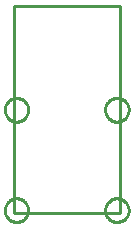
<source format=gbr>
G04 EAGLE Gerber RS-274X export*
G75*
%MOMM*%
%FSLAX34Y34*%
%LPD*%
%IN*%
%IPPOS*%
%AMOC8*
5,1,8,0,0,1.08239X$1,22.5*%
G01*
%ADD10C,0.254000*%


D10*
X155000Y155000D02*
X245000Y155000D01*
X245000Y330000D01*
X155000Y330000D01*
X155000Y155000D01*
X252500Y242063D02*
X252424Y241194D01*
X252272Y240334D01*
X252046Y239490D01*
X251748Y238670D01*
X251379Y237878D01*
X250942Y237122D01*
X250441Y236407D01*
X249880Y235738D01*
X249262Y235120D01*
X248593Y234559D01*
X247878Y234058D01*
X247122Y233621D01*
X246330Y233252D01*
X245510Y232954D01*
X244666Y232728D01*
X243807Y232576D01*
X242937Y232500D01*
X242063Y232500D01*
X241194Y232576D01*
X240334Y232728D01*
X239490Y232954D01*
X238670Y233252D01*
X237878Y233621D01*
X237122Y234058D01*
X236407Y234559D01*
X235738Y235120D01*
X235120Y235738D01*
X234559Y236407D01*
X234058Y237122D01*
X233621Y237878D01*
X233252Y238670D01*
X232954Y239490D01*
X232728Y240334D01*
X232576Y241194D01*
X232500Y242063D01*
X232500Y242937D01*
X232576Y243807D01*
X232728Y244666D01*
X232954Y245510D01*
X233252Y246330D01*
X233621Y247122D01*
X234058Y247878D01*
X234559Y248593D01*
X235120Y249262D01*
X235738Y249880D01*
X236407Y250441D01*
X237122Y250942D01*
X237878Y251379D01*
X238670Y251748D01*
X239490Y252046D01*
X240334Y252272D01*
X241194Y252424D01*
X242063Y252500D01*
X242937Y252500D01*
X243807Y252424D01*
X244666Y252272D01*
X245510Y252046D01*
X246330Y251748D01*
X247122Y251379D01*
X247878Y250942D01*
X248593Y250441D01*
X249262Y249880D01*
X249880Y249262D01*
X250441Y248593D01*
X250942Y247878D01*
X251379Y247122D01*
X251748Y246330D01*
X252046Y245510D01*
X252272Y244666D01*
X252424Y243807D01*
X252500Y242937D01*
X252500Y242063D01*
X167500Y242063D02*
X167424Y241194D01*
X167272Y240334D01*
X167046Y239490D01*
X166748Y238670D01*
X166379Y237878D01*
X165942Y237122D01*
X165441Y236407D01*
X164880Y235738D01*
X164262Y235120D01*
X163593Y234559D01*
X162878Y234058D01*
X162122Y233621D01*
X161330Y233252D01*
X160510Y232954D01*
X159666Y232728D01*
X158807Y232576D01*
X157937Y232500D01*
X157063Y232500D01*
X156194Y232576D01*
X155334Y232728D01*
X154490Y232954D01*
X153670Y233252D01*
X152878Y233621D01*
X152122Y234058D01*
X151407Y234559D01*
X150738Y235120D01*
X150120Y235738D01*
X149559Y236407D01*
X149058Y237122D01*
X148621Y237878D01*
X148252Y238670D01*
X147954Y239490D01*
X147728Y240334D01*
X147576Y241194D01*
X147500Y242063D01*
X147500Y242937D01*
X147576Y243807D01*
X147728Y244666D01*
X147954Y245510D01*
X148252Y246330D01*
X148621Y247122D01*
X149058Y247878D01*
X149559Y248593D01*
X150120Y249262D01*
X150738Y249880D01*
X151407Y250441D01*
X152122Y250942D01*
X152878Y251379D01*
X153670Y251748D01*
X154490Y252046D01*
X155334Y252272D01*
X156194Y252424D01*
X157063Y252500D01*
X157937Y252500D01*
X158807Y252424D01*
X159666Y252272D01*
X160510Y252046D01*
X161330Y251748D01*
X162122Y251379D01*
X162878Y250942D01*
X163593Y250441D01*
X164262Y249880D01*
X164880Y249262D01*
X165441Y248593D01*
X165942Y247878D01*
X166379Y247122D01*
X166748Y246330D01*
X167046Y245510D01*
X167272Y244666D01*
X167424Y243807D01*
X167500Y242937D01*
X167500Y242063D01*
X167500Y157063D02*
X167424Y156194D01*
X167272Y155334D01*
X167046Y154490D01*
X166748Y153670D01*
X166379Y152878D01*
X165942Y152122D01*
X165441Y151407D01*
X164880Y150738D01*
X164262Y150120D01*
X163593Y149559D01*
X162878Y149058D01*
X162122Y148621D01*
X161330Y148252D01*
X160510Y147954D01*
X159666Y147728D01*
X158807Y147576D01*
X157937Y147500D01*
X157063Y147500D01*
X156194Y147576D01*
X155334Y147728D01*
X154490Y147954D01*
X153670Y148252D01*
X152878Y148621D01*
X152122Y149058D01*
X151407Y149559D01*
X150738Y150120D01*
X150120Y150738D01*
X149559Y151407D01*
X149058Y152122D01*
X148621Y152878D01*
X148252Y153670D01*
X147954Y154490D01*
X147728Y155334D01*
X147576Y156194D01*
X147500Y157063D01*
X147500Y157937D01*
X147576Y158807D01*
X147728Y159666D01*
X147954Y160510D01*
X148252Y161330D01*
X148621Y162122D01*
X149058Y162878D01*
X149559Y163593D01*
X150120Y164262D01*
X150738Y164880D01*
X151407Y165441D01*
X152122Y165942D01*
X152878Y166379D01*
X153670Y166748D01*
X154490Y167046D01*
X155334Y167272D01*
X156194Y167424D01*
X157063Y167500D01*
X157937Y167500D01*
X158807Y167424D01*
X159666Y167272D01*
X160510Y167046D01*
X161330Y166748D01*
X162122Y166379D01*
X162878Y165942D01*
X163593Y165441D01*
X164262Y164880D01*
X164880Y164262D01*
X165441Y163593D01*
X165942Y162878D01*
X166379Y162122D01*
X166748Y161330D01*
X167046Y160510D01*
X167272Y159666D01*
X167424Y158807D01*
X167500Y157937D01*
X167500Y157063D01*
X252500Y157063D02*
X252424Y156194D01*
X252272Y155334D01*
X252046Y154490D01*
X251748Y153670D01*
X251379Y152878D01*
X250942Y152122D01*
X250441Y151407D01*
X249880Y150738D01*
X249262Y150120D01*
X248593Y149559D01*
X247878Y149058D01*
X247122Y148621D01*
X246330Y148252D01*
X245510Y147954D01*
X244666Y147728D01*
X243807Y147576D01*
X242937Y147500D01*
X242063Y147500D01*
X241194Y147576D01*
X240334Y147728D01*
X239490Y147954D01*
X238670Y148252D01*
X237878Y148621D01*
X237122Y149058D01*
X236407Y149559D01*
X235738Y150120D01*
X235120Y150738D01*
X234559Y151407D01*
X234058Y152122D01*
X233621Y152878D01*
X233252Y153670D01*
X232954Y154490D01*
X232728Y155334D01*
X232576Y156194D01*
X232500Y157063D01*
X232500Y157937D01*
X232576Y158807D01*
X232728Y159666D01*
X232954Y160510D01*
X233252Y161330D01*
X233621Y162122D01*
X234058Y162878D01*
X234559Y163593D01*
X235120Y164262D01*
X235738Y164880D01*
X236407Y165441D01*
X237122Y165942D01*
X237878Y166379D01*
X238670Y166748D01*
X239490Y167046D01*
X240334Y167272D01*
X241194Y167424D01*
X242063Y167500D01*
X242937Y167500D01*
X243807Y167424D01*
X244666Y167272D01*
X245510Y167046D01*
X246330Y166748D01*
X247122Y166379D01*
X247878Y165942D01*
X248593Y165441D01*
X249262Y164880D01*
X249880Y164262D01*
X250441Y163593D01*
X250942Y162878D01*
X251379Y162122D01*
X251748Y161330D01*
X252046Y160510D01*
X252272Y159666D01*
X252424Y158807D01*
X252500Y157937D01*
X252500Y157063D01*
M02*

</source>
